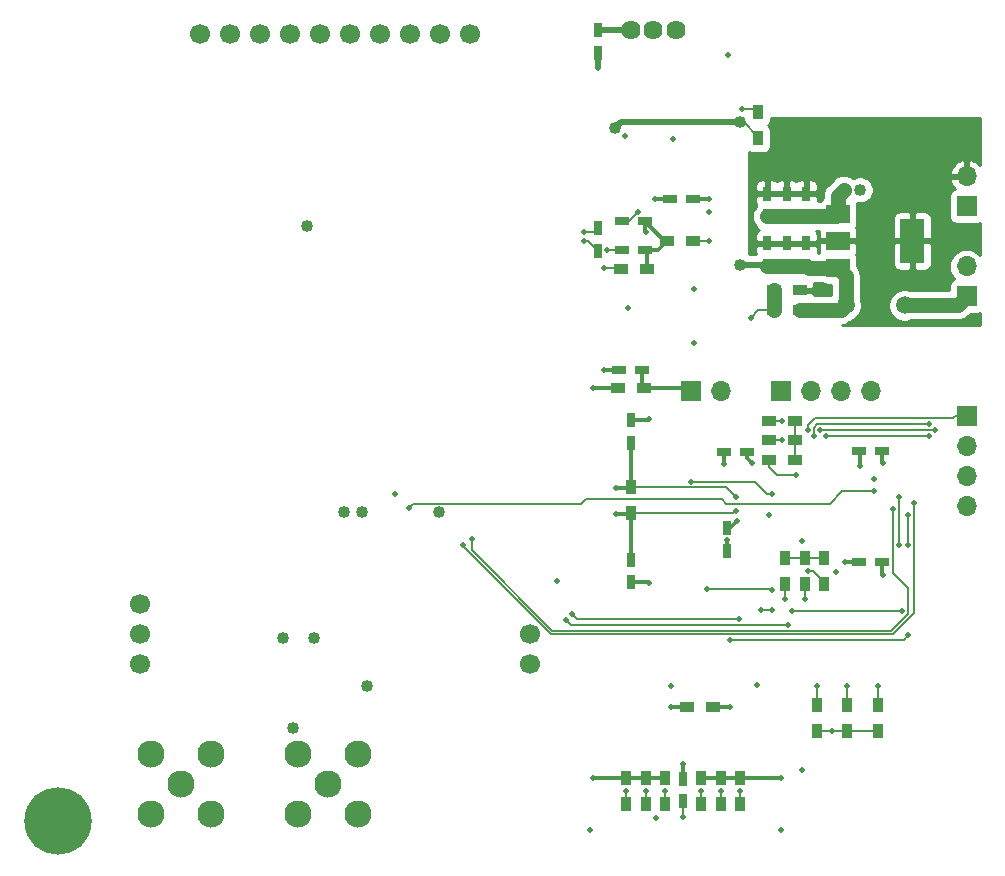
<source format=gbr>
G04 #@! TF.GenerationSoftware,KiCad,Pcbnew,(5.1.4)-1*
G04 #@! TF.CreationDate,2019-12-06T13:38:35-06:00*
G04 #@! TF.ProjectId,control_pcb,636f6e74-726f-46c5-9f70-63622e6b6963,rev?*
G04 #@! TF.SameCoordinates,Original*
G04 #@! TF.FileFunction,Copper,L4,Bot*
G04 #@! TF.FilePolarity,Positive*
%FSLAX46Y46*%
G04 Gerber Fmt 4.6, Leading zero omitted, Abs format (unit mm)*
G04 Created by KiCad (PCBNEW (5.1.4)-1) date 2019-12-06 13:38:35*
%MOMM*%
%LPD*%
G04 APERTURE LIST*
%ADD10C,2.300000*%
%ADD11R,1.200000X0.750000*%
%ADD12R,0.750000X1.200000*%
%ADD13C,1.500000*%
%ADD14O,1.700000X1.700000*%
%ADD15R,1.700000X1.700000*%
%ADD16R,1.200000X0.900000*%
%ADD17R,0.900000X1.200000*%
%ADD18C,1.700000*%
%ADD19C,1.620000*%
%ADD20R,2.000000X1.500000*%
%ADD21R,2.000000X3.800000*%
%ADD22C,5.700000*%
%ADD23C,0.508000*%
%ADD24C,1.016000*%
%ADD25C,0.508000*%
%ADD26C,0.304800*%
%ADD27C,0.152400*%
%ADD28C,1.270000*%
%ADD29C,0.254000*%
G04 APERTURE END LIST*
D10*
X87884000Y-165735000D03*
X85344000Y-163195000D03*
X90424000Y-163195000D03*
X85344000Y-168275000D03*
X90424000Y-168275000D03*
X97790000Y-168275000D03*
X97790000Y-163195000D03*
X102870000Y-168275000D03*
X102870000Y-163195000D03*
X100330000Y-165735000D03*
D11*
X125034000Y-130683000D03*
X126934000Y-130683000D03*
D12*
X125984000Y-134940000D03*
X125984000Y-136840000D03*
X125984000Y-146751000D03*
X125984000Y-148651000D03*
D11*
X147254000Y-137541000D03*
X145354000Y-137541000D03*
X145354000Y-146939000D03*
X147254000Y-146939000D03*
X133924000Y-137668000D03*
X135824000Y-137668000D03*
D12*
X134112000Y-144084000D03*
X134112000Y-145984000D03*
X130429000Y-167193000D03*
X130429000Y-165293000D03*
X123190000Y-101920000D03*
X123190000Y-103820000D03*
X137541000Y-119954000D03*
X137541000Y-121854000D03*
X139192000Y-121854000D03*
X139192000Y-119954000D03*
X140843000Y-119954000D03*
X140843000Y-121854000D03*
X140843000Y-117663000D03*
X140843000Y-115763000D03*
X139192000Y-115763000D03*
X139192000Y-117663000D03*
X137541000Y-117663000D03*
X137541000Y-115763000D03*
D13*
X144185000Y-125222000D03*
X149185000Y-125222000D03*
D14*
X133604000Y-132461000D03*
D15*
X131064000Y-132461000D03*
X138684000Y-132461000D03*
D14*
X141224000Y-132461000D03*
X143764000Y-132461000D03*
X146304000Y-132461000D03*
X154432000Y-142240000D03*
X154432000Y-139700000D03*
X154432000Y-137160000D03*
D15*
X154432000Y-134620000D03*
D14*
X154432000Y-114300000D03*
D15*
X154432000Y-116840000D03*
X154432000Y-124460000D03*
D14*
X154432000Y-121920000D03*
D16*
X139911000Y-138303000D03*
X137711000Y-138303000D03*
D17*
X142367000Y-148801000D03*
X142367000Y-146601000D03*
D16*
X138092000Y-125603000D03*
X140292000Y-125603000D03*
X140308001Y-123947999D03*
X138108001Y-123947999D03*
X139911000Y-135001000D03*
X137711000Y-135001000D03*
X139911000Y-136652000D03*
X137711000Y-136652000D03*
D17*
X139065000Y-146601000D03*
X139065000Y-148801000D03*
X140716000Y-146601000D03*
X140716000Y-148801000D03*
D16*
X124884000Y-132207000D03*
X127084000Y-132207000D03*
D17*
X125984000Y-140632000D03*
X125984000Y-142832000D03*
D16*
X130726000Y-159258000D03*
X132926000Y-159258000D03*
D17*
X125603000Y-167470000D03*
X125603000Y-165270000D03*
X127254000Y-165270000D03*
X127254000Y-167470000D03*
X128905000Y-167470000D03*
X128905000Y-165270000D03*
X131953000Y-167470000D03*
X131953000Y-165270000D03*
X133604000Y-165270000D03*
X133604000Y-167470000D03*
X135255000Y-167470000D03*
X135255000Y-165270000D03*
D18*
X117465000Y-153015000D03*
X107315000Y-102255000D03*
X104775000Y-102255000D03*
X99695000Y-102255000D03*
X112395000Y-102255000D03*
X109855000Y-102255000D03*
X97155000Y-102255000D03*
X117465000Y-155555000D03*
X84465000Y-150475000D03*
X84465000Y-155555000D03*
X102235000Y-102255000D03*
X92075000Y-102255000D03*
X89535000Y-102255000D03*
X84465000Y-153015000D03*
X94615000Y-102255000D03*
D19*
X129797001Y-101887001D03*
X127892001Y-101887001D03*
X125987001Y-101887001D03*
D20*
X143535000Y-122061000D03*
X143535000Y-117461000D03*
X143535000Y-119761000D03*
D21*
X149835000Y-119761000D03*
D22*
X77470000Y-168910000D03*
D11*
X131252000Y-116205000D03*
X129352000Y-116205000D03*
D12*
X123190000Y-120584000D03*
X123190000Y-118684000D03*
D11*
X125288000Y-118110000D03*
X127188000Y-118110000D03*
X127188000Y-120523000D03*
X125288000Y-120523000D03*
D16*
X131275000Y-119761000D03*
X129075000Y-119761000D03*
X127338000Y-122174000D03*
X125138000Y-122174000D03*
D17*
X141732000Y-161247000D03*
X141732000Y-159047000D03*
X144272000Y-159047000D03*
X144272000Y-161247000D03*
X146939000Y-159047000D03*
X146939000Y-161247000D03*
X136779000Y-108882000D03*
X136779000Y-111082000D03*
D23*
X129540000Y-111125000D03*
X125476000Y-110871000D03*
X131318000Y-128397000D03*
X123190000Y-105156000D03*
D24*
X109728000Y-142748000D03*
X103632000Y-157480000D03*
X99187000Y-153416000D03*
X97409000Y-161036000D03*
D23*
X119761000Y-148590000D03*
X128143000Y-168656000D03*
X130429000Y-164084000D03*
X129413000Y-157480000D03*
X136652000Y-157353000D03*
X122555000Y-169672000D03*
X138684000Y-169672000D03*
X138811000Y-136652000D03*
X147320000Y-138557000D03*
D24*
X98552000Y-118491000D03*
D23*
X134112000Y-145090402D03*
X147320000Y-148082000D03*
X127508000Y-148717000D03*
X127508000Y-134874000D03*
X123698000Y-130683000D03*
X142367000Y-124079000D03*
X133858000Y-138684000D03*
X140716000Y-150114000D03*
X146558000Y-139954000D03*
X143383000Y-147828000D03*
X137668000Y-143002000D03*
X127254000Y-118999000D03*
X128016000Y-116205000D03*
X132588000Y-117348000D03*
X140462000Y-164592000D03*
X125730000Y-125476000D03*
X137922000Y-141224000D03*
X131064000Y-140149400D03*
X124714000Y-140716000D03*
X134874000Y-141478000D03*
X124714000Y-142875000D03*
X134874000Y-142621000D03*
D24*
X144018000Y-115443000D03*
X145415000Y-115443000D03*
X103251000Y-142748000D03*
X101727000Y-142748000D03*
X96520000Y-153416000D03*
D23*
X106045000Y-141224000D03*
X130429000Y-168529000D03*
X122809000Y-165227000D03*
X138684000Y-165227000D03*
X129413000Y-159258000D03*
X138811000Y-135001000D03*
X145415000Y-138811000D03*
X135001000Y-143510000D03*
X144145000Y-146939000D03*
X122809000Y-132207000D03*
X136271000Y-138557000D03*
X139065000Y-150114000D03*
X132588000Y-116205000D03*
X131318000Y-123825000D03*
X143045000Y-161247000D03*
X134239000Y-104013000D03*
D24*
X124694599Y-110216599D03*
X135235600Y-109708600D03*
X135255000Y-121793000D03*
D23*
X142494000Y-136271000D03*
X151257000Y-136271000D03*
X141986000Y-135763000D03*
X151765000Y-135763000D03*
X141478000Y-136271000D03*
X151257000Y-135255000D03*
X140995400Y-135742678D03*
X125603000Y-166370000D03*
X127254000Y-166370000D03*
X137947410Y-151003000D03*
X136982210Y-151003000D03*
X128905000Y-166370000D03*
X131953000Y-166370000D03*
X133604000Y-166370000D03*
X139647560Y-151077560D03*
X148971000Y-151130000D03*
X148717000Y-145542000D03*
X148717000Y-141478000D03*
X135255000Y-166370000D03*
X134366000Y-159258000D03*
X149479000Y-145472600D03*
X149479000Y-143002000D03*
X149479000Y-153162000D03*
X134366000Y-153543011D03*
X139954000Y-139573000D03*
X140970000Y-147701000D03*
X136144000Y-126263400D03*
X140462000Y-145161000D03*
X132461000Y-149225000D03*
X137922000Y-149352000D03*
X107188000Y-142367000D03*
X146558000Y-140970000D03*
X149987000Y-141986000D03*
X111760000Y-145542000D03*
X148209000Y-142494000D03*
X112522000Y-145034000D03*
X139319000Y-152273000D03*
X120523000Y-151892000D03*
X121005600Y-151363678D03*
X135128000Y-151790400D03*
X122047000Y-119761000D03*
X122046550Y-118999450D03*
X126619000Y-117328598D03*
X123971402Y-120523000D03*
X132588000Y-119761000D03*
X123698000Y-122047000D03*
X141732000Y-157480000D03*
X144272000Y-157480000D03*
X146939000Y-157480000D03*
X135382000Y-108585000D03*
D25*
X123190000Y-103820000D02*
X123190000Y-105156000D01*
D26*
X130429000Y-165293000D02*
X130429000Y-164084000D01*
D27*
X137711000Y-136652000D02*
X138811000Y-136652000D01*
D26*
X147254000Y-137541000D02*
X147254000Y-138491000D01*
X147254000Y-138491000D02*
X147320000Y-138557000D01*
X134112000Y-145984000D02*
X134112000Y-145090402D01*
X147254000Y-146939000D02*
X147254000Y-148016000D01*
X147254000Y-148016000D02*
X147320000Y-148082000D01*
X125984000Y-148651000D02*
X127442000Y-148651000D01*
X127442000Y-148651000D02*
X127508000Y-148717000D01*
X125984000Y-134940000D02*
X127442000Y-134940000D01*
X127442000Y-134940000D02*
X127508000Y-134874000D01*
X125034000Y-130683000D02*
X123698000Y-130683000D01*
X140308001Y-123947999D02*
X142235999Y-123947999D01*
X142235999Y-123947999D02*
X142367000Y-124079000D01*
X133924000Y-137668000D02*
X133924000Y-138618000D01*
X133924000Y-138618000D02*
X133858000Y-138684000D01*
D27*
X140716000Y-148801000D02*
X140716000Y-150114000D01*
D26*
X127338000Y-120673000D02*
X127188000Y-120523000D01*
X127338000Y-122174000D02*
X127338000Y-120673000D01*
X128313000Y-120523000D02*
X129075000Y-119761000D01*
X127188000Y-120523000D02*
X128313000Y-120523000D01*
X128839000Y-119761000D02*
X127188000Y-118110000D01*
X129075000Y-119761000D02*
X128839000Y-119761000D01*
X127188000Y-118110000D02*
X127188000Y-118933000D01*
X127188000Y-118933000D02*
X127254000Y-118999000D01*
X129352000Y-116205000D02*
X128016000Y-116205000D01*
X126934000Y-132057000D02*
X127084000Y-132207000D01*
X126934000Y-130683000D02*
X126934000Y-132057000D01*
X130810000Y-132207000D02*
X131064000Y-132461000D01*
X127084000Y-132207000D02*
X130810000Y-132207000D01*
D27*
X137562790Y-141224000D02*
X136546790Y-140208000D01*
X137922000Y-141224000D02*
X137562790Y-141224000D01*
X136546790Y-140208000D02*
X131122600Y-140208000D01*
X131122600Y-140208000D02*
X131064000Y-140149400D01*
D26*
X125900000Y-140716000D02*
X125984000Y-140632000D01*
X124714000Y-140716000D02*
X125900000Y-140716000D01*
X125984000Y-139727200D02*
X125984000Y-136840000D01*
X125984000Y-140632000D02*
X125984000Y-139727200D01*
D27*
X125984000Y-140632000D02*
X134028000Y-140632000D01*
X134028000Y-140632000D02*
X134874000Y-141478000D01*
D26*
X125984000Y-145846200D02*
X125984000Y-142832000D01*
X125984000Y-146751000D02*
X125984000Y-145846200D01*
X125941000Y-142875000D02*
X125984000Y-142832000D01*
X124714000Y-142875000D02*
X125941000Y-142875000D01*
D27*
X125984000Y-142832000D02*
X134663000Y-142832000D01*
X134663000Y-142832000D02*
X134874000Y-142621000D01*
D28*
X137541000Y-117663000D02*
X139192000Y-117663000D01*
X139192000Y-117663000D02*
X140843000Y-117663000D01*
X143333000Y-117663000D02*
X143535000Y-117461000D01*
X140843000Y-117663000D02*
X143333000Y-117663000D01*
X143535000Y-117461000D02*
X143535000Y-115926000D01*
X143535000Y-115926000D02*
X144018000Y-115443000D01*
D27*
X130429000Y-168529000D02*
X130429000Y-167193000D01*
D26*
X128905000Y-165270000D02*
X127254000Y-165270000D01*
X125603000Y-165270000D02*
X127254000Y-165270000D01*
X125603000Y-165270000D02*
X122852000Y-165270000D01*
X122852000Y-165270000D02*
X122809000Y-165227000D01*
X131953000Y-165270000D02*
X133604000Y-165270000D01*
X133604000Y-165270000D02*
X135255000Y-165270000D01*
X135255000Y-165270000D02*
X138641000Y-165270000D01*
X138641000Y-165270000D02*
X138684000Y-165227000D01*
X130726000Y-159258000D02*
X129413000Y-159258000D01*
D27*
X137711000Y-135001000D02*
X138811000Y-135001000D01*
D26*
X145415000Y-137602000D02*
X145354000Y-137541000D01*
X145415000Y-138811000D02*
X145415000Y-137602000D01*
X134112000Y-144084000D02*
X134427000Y-144084000D01*
X134427000Y-144084000D02*
X135001000Y-143510000D01*
X145354000Y-146939000D02*
X144145000Y-146939000D01*
X124884000Y-132207000D02*
X122809000Y-132207000D01*
X135824000Y-137668000D02*
X135824000Y-138110000D01*
X135824000Y-138110000D02*
X136271000Y-138557000D01*
D27*
X139065000Y-148801000D02*
X139065000Y-150114000D01*
D26*
X131252000Y-116205000D02*
X132588000Y-116205000D01*
D27*
X146336600Y-161247000D02*
X144272000Y-161247000D01*
X146939000Y-161247000D02*
X146336600Y-161247000D01*
X144272000Y-161247000D02*
X143669600Y-161247000D01*
X142918000Y-161247000D02*
X143045000Y-161247000D01*
X142918000Y-161247000D02*
X141732000Y-161247000D01*
X143669600Y-161247000D02*
X142918000Y-161247000D01*
D25*
X123222999Y-101887001D02*
X123190000Y-101920000D01*
X125987001Y-101887001D02*
X123222999Y-101887001D01*
D28*
X141050000Y-122061000D02*
X140843000Y-121854000D01*
X143535000Y-122061000D02*
X141050000Y-122061000D01*
X140843000Y-121854000D02*
X139192000Y-121854000D01*
X137541000Y-121854000D02*
X139192000Y-121854000D01*
X143804000Y-125603000D02*
X144185000Y-125222000D01*
X140292000Y-125603000D02*
X143804000Y-125603000D01*
X144185000Y-122711000D02*
X143535000Y-122061000D01*
X144185000Y-125222000D02*
X144185000Y-122711000D01*
D25*
X137480000Y-121793000D02*
X137541000Y-121854000D01*
X125202598Y-109708600D02*
X135235600Y-109708600D01*
X124694599Y-110216599D02*
X125202598Y-109708600D01*
X135255000Y-121793000D02*
X137480000Y-121793000D01*
D27*
X135555600Y-109708600D02*
X135235600Y-109708600D01*
X136779000Y-110932000D02*
X135555600Y-109708600D01*
X136779000Y-111082000D02*
X136779000Y-110932000D01*
D28*
X153670000Y-125222000D02*
X154432000Y-124460000D01*
X149185000Y-125222000D02*
X153670000Y-125222000D01*
D27*
X142494000Y-136271000D02*
X151257000Y-136271000D01*
X141986000Y-135763000D02*
X151765000Y-135763000D01*
X141779750Y-135255000D02*
X151257000Y-135255000D01*
X141478000Y-136271000D02*
X141478000Y-135556750D01*
X141478000Y-135556750D02*
X141779750Y-135255000D01*
X140995400Y-135383468D02*
X140995400Y-135742678D01*
X141606468Y-134772400D02*
X140995400Y-135383468D01*
X153277200Y-134772400D02*
X141606468Y-134772400D01*
X153429600Y-134620000D02*
X153277200Y-134772400D01*
X154432000Y-134620000D02*
X153429600Y-134620000D01*
X125603000Y-166370000D02*
X125603000Y-167470000D01*
X127254000Y-166370000D02*
X127254000Y-167470000D01*
X137947410Y-151003000D02*
X136982210Y-151003000D01*
X128905000Y-166370000D02*
X128905000Y-167470000D01*
X131953000Y-166370000D02*
X131953000Y-167470000D01*
X133604000Y-166370000D02*
X133604000Y-167470000D01*
X140006770Y-151077560D02*
X140059210Y-151130000D01*
X139647560Y-151077560D02*
X140006770Y-151077560D01*
X140059210Y-151130000D02*
X148971000Y-151130000D01*
X148717000Y-145542000D02*
X148717000Y-141478000D01*
X135255000Y-166370000D02*
X135255000Y-167470000D01*
D26*
X132926000Y-159258000D02*
X134366000Y-159258000D01*
D27*
X149479000Y-145472600D02*
X149479000Y-143002000D01*
X149479000Y-153162000D02*
X149097989Y-153543011D01*
X149097989Y-153543011D02*
X134366000Y-153543011D01*
X139911000Y-137700600D02*
X139911000Y-136652000D01*
X139911000Y-138303000D02*
X139911000Y-137700600D01*
X139911000Y-136049600D02*
X139911000Y-135001000D01*
X139911000Y-136652000D02*
X139911000Y-136049600D01*
X139733400Y-139573000D02*
X139954000Y-139573000D01*
X139594790Y-139573000D02*
X139954000Y-139573000D01*
X138378600Y-139573000D02*
X139594790Y-139573000D01*
X137711000Y-138905400D02*
X138378600Y-139573000D01*
X137711000Y-138303000D02*
X137711000Y-138905400D01*
X141417000Y-147701000D02*
X140970000Y-147701000D01*
X142367000Y-148801000D02*
X142367000Y-148651000D01*
X142367000Y-148651000D02*
X141417000Y-147701000D01*
X141764600Y-146601000D02*
X140716000Y-146601000D01*
X142367000Y-146601000D02*
X141764600Y-146601000D01*
X140113600Y-146601000D02*
X139065000Y-146601000D01*
X140716000Y-146601000D02*
X140113600Y-146601000D01*
D28*
X138092000Y-123964000D02*
X138108001Y-123947999D01*
X138092000Y-125603000D02*
X138092000Y-123964000D01*
D27*
X138092000Y-125603000D02*
X136804400Y-125603000D01*
X136804400Y-125603000D02*
X136144000Y-126263400D01*
X132461000Y-149225000D02*
X137795000Y-149225000D01*
X137795000Y-149225000D02*
X137922000Y-149352000D01*
X143891000Y-140970000D02*
X146558000Y-140970000D01*
X142857601Y-142003399D02*
X143891000Y-140970000D01*
X107188000Y-142367000D02*
X107551601Y-142003399D01*
X107551601Y-142003399D02*
X121775601Y-142003399D01*
X121775601Y-142003399D02*
X122174000Y-141605000D01*
X122174000Y-141605000D02*
X133696202Y-141605000D01*
X133696202Y-141605000D02*
X134094601Y-142003399D01*
X134094601Y-142003399D02*
X142857601Y-142003399D01*
X111760000Y-145592066D02*
X111760000Y-145542000D01*
X119228344Y-153060410D02*
X111760000Y-145592066D01*
X148185905Y-153060411D02*
X119228344Y-153060410D01*
X149987000Y-141986000D02*
X149987000Y-151259316D01*
X149987000Y-151259316D02*
X148185905Y-153060411D01*
X148059649Y-152755601D02*
X119354601Y-152755601D01*
X149453601Y-151361649D02*
X148059649Y-152755601D01*
X149453601Y-149151851D02*
X149453601Y-151361649D01*
X148209000Y-142494000D02*
X148209000Y-147907250D01*
X148209000Y-147907250D02*
X149453601Y-149151851D01*
X119354601Y-152755601D02*
X112522000Y-145923000D01*
X112522000Y-145923000D02*
X112522000Y-145034000D01*
X139319000Y-152273000D02*
X120904000Y-152273000D01*
X120904000Y-152273000D02*
X120523000Y-151892000D01*
X121005600Y-151363678D02*
X121432322Y-151790400D01*
X121432322Y-151790400D02*
X135128000Y-151790400D01*
X122367000Y-119761000D02*
X123190000Y-120584000D01*
X122047000Y-119761000D02*
X122367000Y-119761000D01*
X122874550Y-118999450D02*
X123190000Y-118684000D01*
X122046550Y-118999450D02*
X122874550Y-118999450D01*
X126365001Y-117582597D02*
X126619000Y-117328598D01*
X125837598Y-118110000D02*
X126365001Y-117582597D01*
X125288000Y-118110000D02*
X125837598Y-118110000D01*
X125288000Y-120523000D02*
X123971402Y-120523000D01*
X132588000Y-119761000D02*
X131275000Y-119761000D01*
X125011000Y-122047000D02*
X125138000Y-122174000D01*
X123698000Y-122047000D02*
X125011000Y-122047000D01*
X141732000Y-159047000D02*
X141732000Y-157480000D01*
X144272000Y-159047000D02*
X144272000Y-157480000D01*
X146939000Y-159047000D02*
X146939000Y-157480000D01*
X136482000Y-108585000D02*
X136779000Y-108882000D01*
X135382000Y-108585000D02*
X136482000Y-108585000D01*
D29*
G36*
X155550000Y-113327097D02*
G01*
X155529588Y-113299731D01*
X155313355Y-113104822D01*
X155063252Y-112955843D01*
X154788891Y-112858519D01*
X154559000Y-112979186D01*
X154559000Y-114173000D01*
X154579000Y-114173000D01*
X154579000Y-114427000D01*
X154559000Y-114427000D01*
X154559000Y-114447000D01*
X154305000Y-114447000D01*
X154305000Y-114427000D01*
X153111845Y-114427000D01*
X152990524Y-114656890D01*
X153035175Y-114804099D01*
X153160359Y-115066920D01*
X153334412Y-115300269D01*
X153418466Y-115376034D01*
X153337820Y-115400498D01*
X153227506Y-115459463D01*
X153130815Y-115538815D01*
X153051463Y-115635506D01*
X152992498Y-115745820D01*
X152956188Y-115865518D01*
X152943928Y-115990000D01*
X152943928Y-117690000D01*
X152956188Y-117814482D01*
X152992498Y-117934180D01*
X153051463Y-118044494D01*
X153130815Y-118141185D01*
X153227506Y-118220537D01*
X153337820Y-118279502D01*
X153457518Y-118315812D01*
X153582000Y-118328072D01*
X155282000Y-118328072D01*
X155406482Y-118315812D01*
X155526180Y-118279502D01*
X155550000Y-118266770D01*
X155550000Y-120941469D01*
X155487134Y-120864866D01*
X155261014Y-120679294D01*
X155003034Y-120541401D01*
X154723111Y-120456487D01*
X154504950Y-120435000D01*
X154359050Y-120435000D01*
X154140889Y-120456487D01*
X153860966Y-120541401D01*
X153602986Y-120679294D01*
X153376866Y-120864866D01*
X153191294Y-121090986D01*
X153053401Y-121348966D01*
X152968487Y-121628889D01*
X152939815Y-121920000D01*
X152968487Y-122211111D01*
X153053401Y-122491034D01*
X153191294Y-122749014D01*
X153376866Y-122975134D01*
X153406687Y-122999607D01*
X153337820Y-123020498D01*
X153227506Y-123079463D01*
X153130815Y-123158815D01*
X153051463Y-123255506D01*
X152992498Y-123365820D01*
X152956188Y-123485518D01*
X152943928Y-123610000D01*
X152943928Y-123952000D01*
X149738127Y-123952000D01*
X149588989Y-123890225D01*
X149321411Y-123837000D01*
X149048589Y-123837000D01*
X148781011Y-123890225D01*
X148528957Y-123994629D01*
X148302114Y-124146201D01*
X148109201Y-124339114D01*
X147957629Y-124565957D01*
X147853225Y-124818011D01*
X147800000Y-125085589D01*
X147800000Y-125358411D01*
X147853225Y-125625989D01*
X147957629Y-125878043D01*
X148109201Y-126104886D01*
X148302114Y-126297799D01*
X148528957Y-126449371D01*
X148781011Y-126553775D01*
X149048589Y-126607000D01*
X149321411Y-126607000D01*
X149588989Y-126553775D01*
X149738127Y-126492000D01*
X153607627Y-126492000D01*
X153670000Y-126498143D01*
X153732373Y-126492000D01*
X153732380Y-126492000D01*
X153918963Y-126473623D01*
X154158359Y-126401003D01*
X154378988Y-126283075D01*
X154572370Y-126124370D01*
X154612141Y-126075909D01*
X154739978Y-125948072D01*
X155282000Y-125948072D01*
X155406482Y-125935812D01*
X155526180Y-125899502D01*
X155550000Y-125886770D01*
X155550000Y-126873000D01*
X143866380Y-126873000D01*
X144052963Y-126854623D01*
X144292359Y-126782003D01*
X144512988Y-126664075D01*
X144706370Y-126505370D01*
X144706638Y-126505043D01*
X144841043Y-126449371D01*
X145067886Y-126297799D01*
X145260799Y-126104886D01*
X145412371Y-125878043D01*
X145516775Y-125625989D01*
X145570000Y-125358411D01*
X145570000Y-125085589D01*
X145516775Y-124818011D01*
X145455000Y-124668873D01*
X145455000Y-122773380D01*
X145461144Y-122711000D01*
X145436623Y-122462037D01*
X145364003Y-122222641D01*
X145349684Y-122195852D01*
X145246075Y-122002012D01*
X145173072Y-121913058D01*
X145173072Y-121661000D01*
X148196928Y-121661000D01*
X148209188Y-121785482D01*
X148245498Y-121905180D01*
X148304463Y-122015494D01*
X148383815Y-122112185D01*
X148480506Y-122191537D01*
X148590820Y-122250502D01*
X148710518Y-122286812D01*
X148835000Y-122299072D01*
X149549250Y-122296000D01*
X149708000Y-122137250D01*
X149708000Y-119888000D01*
X149962000Y-119888000D01*
X149962000Y-122137250D01*
X150120750Y-122296000D01*
X150835000Y-122299072D01*
X150959482Y-122286812D01*
X151079180Y-122250502D01*
X151189494Y-122191537D01*
X151286185Y-122112185D01*
X151365537Y-122015494D01*
X151424502Y-121905180D01*
X151460812Y-121785482D01*
X151473072Y-121661000D01*
X151470000Y-120046750D01*
X151311250Y-119888000D01*
X149962000Y-119888000D01*
X149708000Y-119888000D01*
X148358750Y-119888000D01*
X148200000Y-120046750D01*
X148196928Y-121661000D01*
X145173072Y-121661000D01*
X145173072Y-121311000D01*
X145160812Y-121186518D01*
X145124502Y-121066820D01*
X145065537Y-120956506D01*
X145028191Y-120911000D01*
X145065537Y-120865494D01*
X145124502Y-120755180D01*
X145160812Y-120635482D01*
X145173072Y-120511000D01*
X145170000Y-120046750D01*
X145011250Y-119888000D01*
X143662000Y-119888000D01*
X143662000Y-119908000D01*
X143408000Y-119908000D01*
X143408000Y-119888000D01*
X142058750Y-119888000D01*
X141900000Y-120046750D01*
X141896928Y-120511000D01*
X141909188Y-120635482D01*
X141945498Y-120755180D01*
X141964644Y-120791000D01*
X141809680Y-120791000D01*
X141843812Y-120678482D01*
X141856072Y-120554000D01*
X141853000Y-120239750D01*
X141694250Y-120081000D01*
X140970000Y-120081000D01*
X140970000Y-120101000D01*
X140716000Y-120101000D01*
X140716000Y-120081000D01*
X139319000Y-120081000D01*
X139319000Y-120101000D01*
X139065000Y-120101000D01*
X139065000Y-120081000D01*
X137668000Y-120081000D01*
X137668000Y-120101000D01*
X137414000Y-120101000D01*
X137414000Y-120081000D01*
X136689750Y-120081000D01*
X136531000Y-120239750D01*
X136527928Y-120554000D01*
X136540188Y-120678482D01*
X136576498Y-120798180D01*
X136633061Y-120904000D01*
X136017000Y-120904000D01*
X136017000Y-117663000D01*
X136264856Y-117663000D01*
X136289377Y-117911963D01*
X136361997Y-118151359D01*
X136479925Y-118371988D01*
X136568068Y-118479390D01*
X136576498Y-118507180D01*
X136635463Y-118617494D01*
X136714815Y-118714185D01*
X136811506Y-118793537D01*
X136839499Y-118808500D01*
X136811506Y-118823463D01*
X136714815Y-118902815D01*
X136635463Y-118999506D01*
X136576498Y-119109820D01*
X136540188Y-119229518D01*
X136527928Y-119354000D01*
X136531000Y-119668250D01*
X136689750Y-119827000D01*
X137414000Y-119827000D01*
X137414000Y-119807000D01*
X137668000Y-119807000D01*
X137668000Y-119827000D01*
X139065000Y-119827000D01*
X139065000Y-119807000D01*
X139319000Y-119807000D01*
X139319000Y-119827000D01*
X140716000Y-119827000D01*
X140716000Y-119807000D01*
X140970000Y-119807000D01*
X140970000Y-119827000D01*
X141694250Y-119827000D01*
X141853000Y-119668250D01*
X141856072Y-119354000D01*
X141843812Y-119229518D01*
X141807502Y-119109820D01*
X141748537Y-118999506D01*
X141693957Y-118933000D01*
X141904610Y-118933000D01*
X141896928Y-119011000D01*
X141900000Y-119475250D01*
X142058750Y-119634000D01*
X143408000Y-119634000D01*
X143408000Y-119614000D01*
X143662000Y-119614000D01*
X143662000Y-119634000D01*
X145011250Y-119634000D01*
X145170000Y-119475250D01*
X145173072Y-119011000D01*
X145160812Y-118886518D01*
X145124502Y-118766820D01*
X145065537Y-118656506D01*
X145028191Y-118611000D01*
X145065537Y-118565494D01*
X145124502Y-118455180D01*
X145160812Y-118335482D01*
X145173072Y-118211000D01*
X145173072Y-117861000D01*
X148196928Y-117861000D01*
X148200000Y-119475250D01*
X148358750Y-119634000D01*
X149708000Y-119634000D01*
X149708000Y-117384750D01*
X149962000Y-117384750D01*
X149962000Y-119634000D01*
X151311250Y-119634000D01*
X151470000Y-119475250D01*
X151473072Y-117861000D01*
X151460812Y-117736518D01*
X151424502Y-117616820D01*
X151365537Y-117506506D01*
X151286185Y-117409815D01*
X151189494Y-117330463D01*
X151079180Y-117271498D01*
X150959482Y-117235188D01*
X150835000Y-117222928D01*
X150120750Y-117226000D01*
X149962000Y-117384750D01*
X149708000Y-117384750D01*
X149549250Y-117226000D01*
X148835000Y-117222928D01*
X148710518Y-117235188D01*
X148590820Y-117271498D01*
X148480506Y-117330463D01*
X148383815Y-117409815D01*
X148304463Y-117506506D01*
X148245498Y-117616820D01*
X148209188Y-117736518D01*
X148196928Y-117861000D01*
X145173072Y-117861000D01*
X145173072Y-116711000D01*
X145160812Y-116586518D01*
X145151551Y-116555989D01*
X145302424Y-116586000D01*
X145527576Y-116586000D01*
X145748401Y-116542075D01*
X145956413Y-116455913D01*
X146143620Y-116330826D01*
X146302826Y-116171620D01*
X146427913Y-115984413D01*
X146514075Y-115776401D01*
X146558000Y-115555576D01*
X146558000Y-115330424D01*
X146514075Y-115109599D01*
X146427913Y-114901587D01*
X146302826Y-114714380D01*
X146143620Y-114555174D01*
X145956413Y-114430087D01*
X145748401Y-114343925D01*
X145527576Y-114300000D01*
X145302424Y-114300000D01*
X145081599Y-114343925D01*
X144873587Y-114430087D01*
X144825126Y-114462467D01*
X144726987Y-114381926D01*
X144506358Y-114263998D01*
X144266962Y-114191377D01*
X144017999Y-114166857D01*
X143769036Y-114191377D01*
X143529641Y-114263998D01*
X143309013Y-114381926D01*
X143164084Y-114500866D01*
X142681087Y-114983863D01*
X142632631Y-115023630D01*
X142473926Y-115217012D01*
X142355998Y-115437641D01*
X142283377Y-115677037D01*
X142265000Y-115863620D01*
X142265000Y-115863627D01*
X142258857Y-115926000D01*
X142265000Y-115988373D01*
X142265000Y-116135299D01*
X142180506Y-116180463D01*
X142083815Y-116259815D01*
X142004463Y-116356506D01*
X141984956Y-116393000D01*
X141853117Y-116393000D01*
X141856072Y-116363000D01*
X141853000Y-116048750D01*
X141694250Y-115890000D01*
X140970000Y-115890000D01*
X140970000Y-115910000D01*
X140716000Y-115910000D01*
X140716000Y-115890000D01*
X139319000Y-115890000D01*
X139319000Y-115910000D01*
X139065000Y-115910000D01*
X139065000Y-115890000D01*
X137668000Y-115890000D01*
X137668000Y-115910000D01*
X137414000Y-115910000D01*
X137414000Y-115890000D01*
X136689750Y-115890000D01*
X136531000Y-116048750D01*
X136527928Y-116363000D01*
X136540188Y-116487482D01*
X136576498Y-116607180D01*
X136633061Y-116713000D01*
X136576498Y-116818820D01*
X136568068Y-116846610D01*
X136479925Y-116954012D01*
X136361997Y-117174641D01*
X136289377Y-117414037D01*
X136264856Y-117663000D01*
X136017000Y-117663000D01*
X136017000Y-115163000D01*
X136527928Y-115163000D01*
X136531000Y-115477250D01*
X136689750Y-115636000D01*
X137414000Y-115636000D01*
X137414000Y-114686750D01*
X137668000Y-114686750D01*
X137668000Y-115636000D01*
X139065000Y-115636000D01*
X139065000Y-114686750D01*
X139319000Y-114686750D01*
X139319000Y-115636000D01*
X140716000Y-115636000D01*
X140716000Y-114686750D01*
X140970000Y-114686750D01*
X140970000Y-115636000D01*
X141694250Y-115636000D01*
X141853000Y-115477250D01*
X141856072Y-115163000D01*
X141843812Y-115038518D01*
X141807502Y-114918820D01*
X141748537Y-114808506D01*
X141669185Y-114711815D01*
X141572494Y-114632463D01*
X141462180Y-114573498D01*
X141342482Y-114537188D01*
X141218000Y-114524928D01*
X141128750Y-114528000D01*
X140970000Y-114686750D01*
X140716000Y-114686750D01*
X140557250Y-114528000D01*
X140468000Y-114524928D01*
X140343518Y-114537188D01*
X140223820Y-114573498D01*
X140113506Y-114632463D01*
X140017500Y-114711253D01*
X139921494Y-114632463D01*
X139811180Y-114573498D01*
X139691482Y-114537188D01*
X139567000Y-114524928D01*
X139477750Y-114528000D01*
X139319000Y-114686750D01*
X139065000Y-114686750D01*
X138906250Y-114528000D01*
X138817000Y-114524928D01*
X138692518Y-114537188D01*
X138572820Y-114573498D01*
X138462506Y-114632463D01*
X138366500Y-114711253D01*
X138270494Y-114632463D01*
X138160180Y-114573498D01*
X138040482Y-114537188D01*
X137916000Y-114524928D01*
X137826750Y-114528000D01*
X137668000Y-114686750D01*
X137414000Y-114686750D01*
X137255250Y-114528000D01*
X137166000Y-114524928D01*
X137041518Y-114537188D01*
X136921820Y-114573498D01*
X136811506Y-114632463D01*
X136714815Y-114711815D01*
X136635463Y-114808506D01*
X136576498Y-114918820D01*
X136540188Y-115038518D01*
X136527928Y-115163000D01*
X136017000Y-115163000D01*
X136017000Y-113943110D01*
X152990524Y-113943110D01*
X153111845Y-114173000D01*
X154305000Y-114173000D01*
X154305000Y-112979186D01*
X154075109Y-112858519D01*
X153800748Y-112955843D01*
X153550645Y-113104822D01*
X153334412Y-113299731D01*
X153160359Y-113533080D01*
X153035175Y-113795901D01*
X152990524Y-113943110D01*
X136017000Y-113943110D01*
X136017000Y-112235251D01*
X136084820Y-112271502D01*
X136204518Y-112307812D01*
X136329000Y-112320072D01*
X137229000Y-112320072D01*
X137353482Y-112307812D01*
X137473180Y-112271502D01*
X137583494Y-112212537D01*
X137680185Y-112133185D01*
X137759537Y-112036494D01*
X137818502Y-111926180D01*
X137854812Y-111806482D01*
X137867072Y-111682000D01*
X137867072Y-110482000D01*
X137854812Y-110357518D01*
X137818502Y-110237820D01*
X137759537Y-110127506D01*
X137680185Y-110030815D01*
X137620704Y-109982000D01*
X137680185Y-109933185D01*
X137759537Y-109836494D01*
X137818502Y-109726180D01*
X137854812Y-109606482D01*
X137867072Y-109482000D01*
X137867072Y-109347000D01*
X155550000Y-109347000D01*
X155550000Y-113327097D01*
X155550000Y-113327097D01*
G37*
X155550000Y-113327097D02*
X155529588Y-113299731D01*
X155313355Y-113104822D01*
X155063252Y-112955843D01*
X154788891Y-112858519D01*
X154559000Y-112979186D01*
X154559000Y-114173000D01*
X154579000Y-114173000D01*
X154579000Y-114427000D01*
X154559000Y-114427000D01*
X154559000Y-114447000D01*
X154305000Y-114447000D01*
X154305000Y-114427000D01*
X153111845Y-114427000D01*
X152990524Y-114656890D01*
X153035175Y-114804099D01*
X153160359Y-115066920D01*
X153334412Y-115300269D01*
X153418466Y-115376034D01*
X153337820Y-115400498D01*
X153227506Y-115459463D01*
X153130815Y-115538815D01*
X153051463Y-115635506D01*
X152992498Y-115745820D01*
X152956188Y-115865518D01*
X152943928Y-115990000D01*
X152943928Y-117690000D01*
X152956188Y-117814482D01*
X152992498Y-117934180D01*
X153051463Y-118044494D01*
X153130815Y-118141185D01*
X153227506Y-118220537D01*
X153337820Y-118279502D01*
X153457518Y-118315812D01*
X153582000Y-118328072D01*
X155282000Y-118328072D01*
X155406482Y-118315812D01*
X155526180Y-118279502D01*
X155550000Y-118266770D01*
X155550000Y-120941469D01*
X155487134Y-120864866D01*
X155261014Y-120679294D01*
X155003034Y-120541401D01*
X154723111Y-120456487D01*
X154504950Y-120435000D01*
X154359050Y-120435000D01*
X154140889Y-120456487D01*
X153860966Y-120541401D01*
X153602986Y-120679294D01*
X153376866Y-120864866D01*
X153191294Y-121090986D01*
X153053401Y-121348966D01*
X152968487Y-121628889D01*
X152939815Y-121920000D01*
X152968487Y-122211111D01*
X153053401Y-122491034D01*
X153191294Y-122749014D01*
X153376866Y-122975134D01*
X153406687Y-122999607D01*
X153337820Y-123020498D01*
X153227506Y-123079463D01*
X153130815Y-123158815D01*
X153051463Y-123255506D01*
X152992498Y-123365820D01*
X152956188Y-123485518D01*
X152943928Y-123610000D01*
X152943928Y-123952000D01*
X149738127Y-123952000D01*
X149588989Y-123890225D01*
X149321411Y-123837000D01*
X149048589Y-123837000D01*
X148781011Y-123890225D01*
X148528957Y-123994629D01*
X148302114Y-124146201D01*
X148109201Y-124339114D01*
X147957629Y-124565957D01*
X147853225Y-124818011D01*
X147800000Y-125085589D01*
X147800000Y-125358411D01*
X147853225Y-125625989D01*
X147957629Y-125878043D01*
X148109201Y-126104886D01*
X148302114Y-126297799D01*
X148528957Y-126449371D01*
X148781011Y-126553775D01*
X149048589Y-126607000D01*
X149321411Y-126607000D01*
X149588989Y-126553775D01*
X149738127Y-126492000D01*
X153607627Y-126492000D01*
X153670000Y-126498143D01*
X153732373Y-126492000D01*
X153732380Y-126492000D01*
X153918963Y-126473623D01*
X154158359Y-126401003D01*
X154378988Y-126283075D01*
X154572370Y-126124370D01*
X154612141Y-126075909D01*
X154739978Y-125948072D01*
X155282000Y-125948072D01*
X155406482Y-125935812D01*
X155526180Y-125899502D01*
X155550000Y-125886770D01*
X155550000Y-126873000D01*
X143866380Y-126873000D01*
X144052963Y-126854623D01*
X144292359Y-126782003D01*
X144512988Y-126664075D01*
X144706370Y-126505370D01*
X144706638Y-126505043D01*
X144841043Y-126449371D01*
X145067886Y-126297799D01*
X145260799Y-126104886D01*
X145412371Y-125878043D01*
X145516775Y-125625989D01*
X145570000Y-125358411D01*
X145570000Y-125085589D01*
X145516775Y-124818011D01*
X145455000Y-124668873D01*
X145455000Y-122773380D01*
X145461144Y-122711000D01*
X145436623Y-122462037D01*
X145364003Y-122222641D01*
X145349684Y-122195852D01*
X145246075Y-122002012D01*
X145173072Y-121913058D01*
X145173072Y-121661000D01*
X148196928Y-121661000D01*
X148209188Y-121785482D01*
X148245498Y-121905180D01*
X148304463Y-122015494D01*
X148383815Y-122112185D01*
X148480506Y-122191537D01*
X148590820Y-122250502D01*
X148710518Y-122286812D01*
X148835000Y-122299072D01*
X149549250Y-122296000D01*
X149708000Y-122137250D01*
X149708000Y-119888000D01*
X149962000Y-119888000D01*
X149962000Y-122137250D01*
X150120750Y-122296000D01*
X150835000Y-122299072D01*
X150959482Y-122286812D01*
X151079180Y-122250502D01*
X151189494Y-122191537D01*
X151286185Y-122112185D01*
X151365537Y-122015494D01*
X151424502Y-121905180D01*
X151460812Y-121785482D01*
X151473072Y-121661000D01*
X151470000Y-120046750D01*
X151311250Y-119888000D01*
X149962000Y-119888000D01*
X149708000Y-119888000D01*
X148358750Y-119888000D01*
X148200000Y-120046750D01*
X148196928Y-121661000D01*
X145173072Y-121661000D01*
X145173072Y-121311000D01*
X145160812Y-121186518D01*
X145124502Y-121066820D01*
X145065537Y-120956506D01*
X145028191Y-120911000D01*
X145065537Y-120865494D01*
X145124502Y-120755180D01*
X145160812Y-120635482D01*
X145173072Y-120511000D01*
X145170000Y-120046750D01*
X145011250Y-119888000D01*
X143662000Y-119888000D01*
X143662000Y-119908000D01*
X143408000Y-119908000D01*
X143408000Y-119888000D01*
X142058750Y-119888000D01*
X141900000Y-120046750D01*
X141896928Y-120511000D01*
X141909188Y-120635482D01*
X141945498Y-120755180D01*
X141964644Y-120791000D01*
X141809680Y-120791000D01*
X141843812Y-120678482D01*
X141856072Y-120554000D01*
X141853000Y-120239750D01*
X141694250Y-120081000D01*
X140970000Y-120081000D01*
X140970000Y-120101000D01*
X140716000Y-120101000D01*
X140716000Y-120081000D01*
X139319000Y-120081000D01*
X139319000Y-120101000D01*
X139065000Y-120101000D01*
X139065000Y-120081000D01*
X137668000Y-120081000D01*
X137668000Y-120101000D01*
X137414000Y-120101000D01*
X137414000Y-120081000D01*
X136689750Y-120081000D01*
X136531000Y-120239750D01*
X136527928Y-120554000D01*
X136540188Y-120678482D01*
X136576498Y-120798180D01*
X136633061Y-120904000D01*
X136017000Y-120904000D01*
X136017000Y-117663000D01*
X136264856Y-117663000D01*
X136289377Y-117911963D01*
X136361997Y-118151359D01*
X136479925Y-118371988D01*
X136568068Y-118479390D01*
X136576498Y-118507180D01*
X136635463Y-118617494D01*
X136714815Y-118714185D01*
X136811506Y-118793537D01*
X136839499Y-118808500D01*
X136811506Y-118823463D01*
X136714815Y-118902815D01*
X136635463Y-118999506D01*
X136576498Y-119109820D01*
X136540188Y-119229518D01*
X136527928Y-119354000D01*
X136531000Y-119668250D01*
X136689750Y-119827000D01*
X137414000Y-119827000D01*
X137414000Y-119807000D01*
X137668000Y-119807000D01*
X137668000Y-119827000D01*
X139065000Y-119827000D01*
X139065000Y-119807000D01*
X139319000Y-119807000D01*
X139319000Y-119827000D01*
X140716000Y-119827000D01*
X140716000Y-119807000D01*
X140970000Y-119807000D01*
X140970000Y-119827000D01*
X141694250Y-119827000D01*
X141853000Y-119668250D01*
X141856072Y-119354000D01*
X141843812Y-119229518D01*
X141807502Y-119109820D01*
X141748537Y-118999506D01*
X141693957Y-118933000D01*
X141904610Y-118933000D01*
X141896928Y-119011000D01*
X141900000Y-119475250D01*
X142058750Y-119634000D01*
X143408000Y-119634000D01*
X143408000Y-119614000D01*
X143662000Y-119614000D01*
X143662000Y-119634000D01*
X145011250Y-119634000D01*
X145170000Y-119475250D01*
X145173072Y-119011000D01*
X145160812Y-118886518D01*
X145124502Y-118766820D01*
X145065537Y-118656506D01*
X145028191Y-118611000D01*
X145065537Y-118565494D01*
X145124502Y-118455180D01*
X145160812Y-118335482D01*
X145173072Y-118211000D01*
X145173072Y-117861000D01*
X148196928Y-117861000D01*
X148200000Y-119475250D01*
X148358750Y-119634000D01*
X149708000Y-119634000D01*
X149708000Y-117384750D01*
X149962000Y-117384750D01*
X149962000Y-119634000D01*
X151311250Y-119634000D01*
X151470000Y-119475250D01*
X151473072Y-117861000D01*
X151460812Y-117736518D01*
X151424502Y-117616820D01*
X151365537Y-117506506D01*
X151286185Y-117409815D01*
X151189494Y-117330463D01*
X151079180Y-117271498D01*
X150959482Y-117235188D01*
X150835000Y-117222928D01*
X150120750Y-117226000D01*
X149962000Y-117384750D01*
X149708000Y-117384750D01*
X149549250Y-117226000D01*
X148835000Y-117222928D01*
X148710518Y-117235188D01*
X148590820Y-117271498D01*
X148480506Y-117330463D01*
X148383815Y-117409815D01*
X148304463Y-117506506D01*
X148245498Y-117616820D01*
X148209188Y-117736518D01*
X148196928Y-117861000D01*
X145173072Y-117861000D01*
X145173072Y-116711000D01*
X145160812Y-116586518D01*
X145151551Y-116555989D01*
X145302424Y-116586000D01*
X145527576Y-116586000D01*
X145748401Y-116542075D01*
X145956413Y-116455913D01*
X146143620Y-116330826D01*
X146302826Y-116171620D01*
X146427913Y-115984413D01*
X146514075Y-115776401D01*
X146558000Y-115555576D01*
X146558000Y-115330424D01*
X146514075Y-115109599D01*
X146427913Y-114901587D01*
X146302826Y-114714380D01*
X146143620Y-114555174D01*
X145956413Y-114430087D01*
X145748401Y-114343925D01*
X145527576Y-114300000D01*
X145302424Y-114300000D01*
X145081599Y-114343925D01*
X144873587Y-114430087D01*
X144825126Y-114462467D01*
X144726987Y-114381926D01*
X144506358Y-114263998D01*
X144266962Y-114191377D01*
X144017999Y-114166857D01*
X143769036Y-114191377D01*
X143529641Y-114263998D01*
X143309013Y-114381926D01*
X143164084Y-114500866D01*
X142681087Y-114983863D01*
X142632631Y-115023630D01*
X142473926Y-115217012D01*
X142355998Y-115437641D01*
X142283377Y-115677037D01*
X142265000Y-115863620D01*
X142265000Y-115863627D01*
X142258857Y-115926000D01*
X142265000Y-115988373D01*
X142265000Y-116135299D01*
X142180506Y-116180463D01*
X142083815Y-116259815D01*
X142004463Y-116356506D01*
X141984956Y-116393000D01*
X141853117Y-116393000D01*
X141856072Y-116363000D01*
X141853000Y-116048750D01*
X141694250Y-115890000D01*
X140970000Y-115890000D01*
X140970000Y-115910000D01*
X140716000Y-115910000D01*
X140716000Y-115890000D01*
X139319000Y-115890000D01*
X139319000Y-115910000D01*
X139065000Y-115910000D01*
X139065000Y-115890000D01*
X137668000Y-115890000D01*
X137668000Y-115910000D01*
X137414000Y-115910000D01*
X137414000Y-115890000D01*
X136689750Y-115890000D01*
X136531000Y-116048750D01*
X136527928Y-116363000D01*
X136540188Y-116487482D01*
X136576498Y-116607180D01*
X136633061Y-116713000D01*
X136576498Y-116818820D01*
X136568068Y-116846610D01*
X136479925Y-116954012D01*
X136361997Y-117174641D01*
X136289377Y-117414037D01*
X136264856Y-117663000D01*
X136017000Y-117663000D01*
X136017000Y-115163000D01*
X136527928Y-115163000D01*
X136531000Y-115477250D01*
X136689750Y-115636000D01*
X137414000Y-115636000D01*
X137414000Y-114686750D01*
X137668000Y-114686750D01*
X137668000Y-115636000D01*
X139065000Y-115636000D01*
X139065000Y-114686750D01*
X139319000Y-114686750D01*
X139319000Y-115636000D01*
X140716000Y-115636000D01*
X140716000Y-114686750D01*
X140970000Y-114686750D01*
X140970000Y-115636000D01*
X141694250Y-115636000D01*
X141853000Y-115477250D01*
X141856072Y-115163000D01*
X141843812Y-115038518D01*
X141807502Y-114918820D01*
X141748537Y-114808506D01*
X141669185Y-114711815D01*
X141572494Y-114632463D01*
X141462180Y-114573498D01*
X141342482Y-114537188D01*
X141218000Y-114524928D01*
X141128750Y-114528000D01*
X140970000Y-114686750D01*
X140716000Y-114686750D01*
X140557250Y-114528000D01*
X140468000Y-114524928D01*
X140343518Y-114537188D01*
X140223820Y-114573498D01*
X140113506Y-114632463D01*
X140017500Y-114711253D01*
X139921494Y-114632463D01*
X139811180Y-114573498D01*
X139691482Y-114537188D01*
X139567000Y-114524928D01*
X139477750Y-114528000D01*
X139319000Y-114686750D01*
X139065000Y-114686750D01*
X138906250Y-114528000D01*
X138817000Y-114524928D01*
X138692518Y-114537188D01*
X138572820Y-114573498D01*
X138462506Y-114632463D01*
X138366500Y-114711253D01*
X138270494Y-114632463D01*
X138160180Y-114573498D01*
X138040482Y-114537188D01*
X137916000Y-114524928D01*
X137826750Y-114528000D01*
X137668000Y-114686750D01*
X137414000Y-114686750D01*
X137255250Y-114528000D01*
X137166000Y-114524928D01*
X137041518Y-114537188D01*
X136921820Y-114573498D01*
X136811506Y-114632463D01*
X136714815Y-114711815D01*
X136635463Y-114808506D01*
X136576498Y-114918820D01*
X136540188Y-115038518D01*
X136527928Y-115163000D01*
X136017000Y-115163000D01*
X136017000Y-113943110D01*
X152990524Y-113943110D01*
X153111845Y-114173000D01*
X154305000Y-114173000D01*
X154305000Y-112979186D01*
X154075109Y-112858519D01*
X153800748Y-112955843D01*
X153550645Y-113104822D01*
X153334412Y-113299731D01*
X153160359Y-113533080D01*
X153035175Y-113795901D01*
X152990524Y-113943110D01*
X136017000Y-113943110D01*
X136017000Y-112235251D01*
X136084820Y-112271502D01*
X136204518Y-112307812D01*
X136329000Y-112320072D01*
X137229000Y-112320072D01*
X137353482Y-112307812D01*
X137473180Y-112271502D01*
X137583494Y-112212537D01*
X137680185Y-112133185D01*
X137759537Y-112036494D01*
X137818502Y-111926180D01*
X137854812Y-111806482D01*
X137867072Y-111682000D01*
X137867072Y-110482000D01*
X137854812Y-110357518D01*
X137818502Y-110237820D01*
X137759537Y-110127506D01*
X137680185Y-110030815D01*
X137620704Y-109982000D01*
X137680185Y-109933185D01*
X137759537Y-109836494D01*
X137818502Y-109726180D01*
X137854812Y-109606482D01*
X137867072Y-109482000D01*
X137867072Y-109347000D01*
X155550000Y-109347000D01*
X155550000Y-113327097D01*
G36*
X142180506Y-123341537D02*
G01*
X142290820Y-123400502D01*
X142410518Y-123436812D01*
X142535000Y-123449072D01*
X142915001Y-123449072D01*
X142915000Y-124333000D01*
X141544857Y-124333000D01*
X141543001Y-124233749D01*
X141384251Y-124074999D01*
X140435001Y-124074999D01*
X140435001Y-124094999D01*
X140181001Y-124094999D01*
X140181001Y-124074999D01*
X140161001Y-124074999D01*
X140161001Y-123820999D01*
X140181001Y-123820999D01*
X140181001Y-123800999D01*
X140435001Y-123800999D01*
X140435001Y-123820999D01*
X141384251Y-123820999D01*
X141543001Y-123662249D01*
X141546073Y-123497999D01*
X141533813Y-123373517D01*
X141520916Y-123331000D01*
X142167667Y-123331000D01*
X142180506Y-123341537D01*
X142180506Y-123341537D01*
G37*
X142180506Y-123341537D02*
X142290820Y-123400502D01*
X142410518Y-123436812D01*
X142535000Y-123449072D01*
X142915001Y-123449072D01*
X142915000Y-124333000D01*
X141544857Y-124333000D01*
X141543001Y-124233749D01*
X141384251Y-124074999D01*
X140435001Y-124074999D01*
X140435001Y-124094999D01*
X140181001Y-124094999D01*
X140181001Y-124074999D01*
X140161001Y-124074999D01*
X140161001Y-123820999D01*
X140181001Y-123820999D01*
X140181001Y-123800999D01*
X140435001Y-123800999D01*
X140435001Y-123820999D01*
X141384251Y-123820999D01*
X141543001Y-123662249D01*
X141546073Y-123497999D01*
X141533813Y-123373517D01*
X141520916Y-123331000D01*
X142167667Y-123331000D01*
X142180506Y-123341537D01*
M02*

</source>
